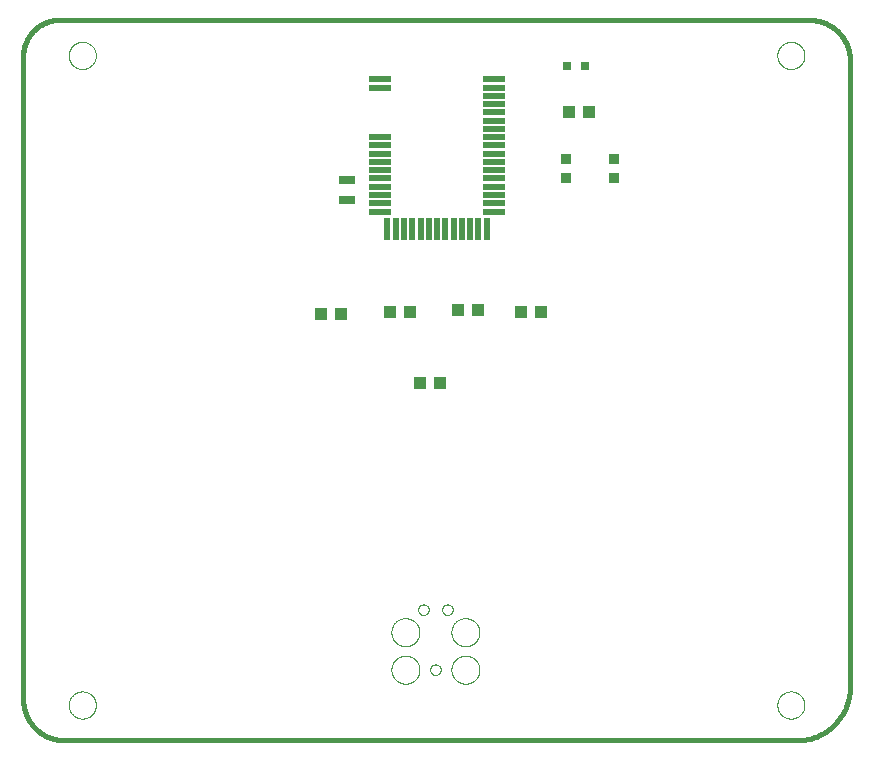
<source format=gtp>
G75*
%MOIN*%
%OFA0B0*%
%FSLAX25Y25*%
%IPPOS*%
%LPD*%
%AMOC8*
5,1,8,0,0,1.08239X$1,22.5*
%
%ADD10C,0.01600*%
%ADD11C,0.00000*%
%ADD12R,0.07283X0.01969*%
%ADD13R,0.01969X0.07283*%
%ADD14R,0.04331X0.03937*%
%ADD15R,0.03937X0.04331*%
%ADD16R,0.05512X0.02756*%
%ADD17R,0.03150X0.03150*%
%ADD18R,0.03543X0.03740*%
D10*
X0017183Y0004413D02*
X0261183Y0004413D01*
X0261614Y0004418D01*
X0262045Y0004434D01*
X0262475Y0004460D01*
X0262905Y0004496D01*
X0263333Y0004543D01*
X0263760Y0004600D01*
X0264186Y0004668D01*
X0264610Y0004745D01*
X0265032Y0004833D01*
X0265452Y0004931D01*
X0265869Y0005040D01*
X0266283Y0005158D01*
X0266695Y0005286D01*
X0267103Y0005424D01*
X0267508Y0005572D01*
X0267909Y0005730D01*
X0268306Y0005897D01*
X0268700Y0006074D01*
X0269088Y0006260D01*
X0269472Y0006456D01*
X0269851Y0006661D01*
X0270226Y0006875D01*
X0270595Y0007098D01*
X0270958Y0007330D01*
X0271316Y0007570D01*
X0271667Y0007820D01*
X0272013Y0008077D01*
X0272352Y0008343D01*
X0272685Y0008617D01*
X0273011Y0008899D01*
X0273330Y0009189D01*
X0273642Y0009486D01*
X0273947Y0009791D01*
X0274244Y0010103D01*
X0274534Y0010422D01*
X0274816Y0010748D01*
X0275090Y0011081D01*
X0275356Y0011420D01*
X0275613Y0011766D01*
X0275863Y0012117D01*
X0276103Y0012475D01*
X0276335Y0012838D01*
X0276558Y0013207D01*
X0276772Y0013582D01*
X0276977Y0013961D01*
X0277173Y0014345D01*
X0277359Y0014733D01*
X0277536Y0015127D01*
X0277703Y0015524D01*
X0277861Y0015925D01*
X0278009Y0016330D01*
X0278147Y0016738D01*
X0278275Y0017150D01*
X0278393Y0017564D01*
X0278502Y0017981D01*
X0278600Y0018401D01*
X0278688Y0018823D01*
X0278765Y0019247D01*
X0278833Y0019673D01*
X0278890Y0020100D01*
X0278937Y0020528D01*
X0278973Y0020958D01*
X0278999Y0021388D01*
X0279015Y0021819D01*
X0279020Y0022250D01*
X0279020Y0231116D01*
X0279019Y0231116D02*
X0279015Y0231441D01*
X0279003Y0231766D01*
X0278984Y0232091D01*
X0278956Y0232414D01*
X0278921Y0232738D01*
X0278878Y0233060D01*
X0278827Y0233381D01*
X0278768Y0233701D01*
X0278702Y0234019D01*
X0278628Y0234336D01*
X0278546Y0234650D01*
X0278457Y0234963D01*
X0278361Y0235274D01*
X0278256Y0235581D01*
X0278145Y0235887D01*
X0278026Y0236189D01*
X0277900Y0236489D01*
X0277766Y0236786D01*
X0277626Y0237079D01*
X0277478Y0237368D01*
X0277323Y0237654D01*
X0277162Y0237937D01*
X0276994Y0238215D01*
X0276819Y0238489D01*
X0276637Y0238759D01*
X0276450Y0239024D01*
X0276255Y0239285D01*
X0276055Y0239541D01*
X0275848Y0239792D01*
X0275635Y0240038D01*
X0275417Y0240278D01*
X0275193Y0240514D01*
X0274963Y0240744D01*
X0274727Y0240968D01*
X0274487Y0241186D01*
X0274241Y0241399D01*
X0273990Y0241606D01*
X0273734Y0241806D01*
X0273473Y0242001D01*
X0273208Y0242188D01*
X0272938Y0242370D01*
X0272664Y0242545D01*
X0272386Y0242713D01*
X0272103Y0242874D01*
X0271817Y0243029D01*
X0271528Y0243177D01*
X0271235Y0243317D01*
X0270938Y0243451D01*
X0270638Y0243577D01*
X0270336Y0243696D01*
X0270030Y0243807D01*
X0269723Y0243912D01*
X0269412Y0244008D01*
X0269099Y0244097D01*
X0268785Y0244179D01*
X0268468Y0244253D01*
X0268150Y0244319D01*
X0267830Y0244378D01*
X0267509Y0244429D01*
X0267187Y0244472D01*
X0266863Y0244507D01*
X0266540Y0244535D01*
X0266215Y0244554D01*
X0265890Y0244566D01*
X0265565Y0244570D01*
X0265565Y0244571D02*
X0015369Y0244571D01*
X0015080Y0244568D01*
X0014792Y0244557D01*
X0014504Y0244540D01*
X0014217Y0244515D01*
X0013930Y0244484D01*
X0013644Y0244446D01*
X0013359Y0244401D01*
X0013075Y0244349D01*
X0012793Y0244290D01*
X0012512Y0244224D01*
X0012232Y0244152D01*
X0011955Y0244072D01*
X0011679Y0243987D01*
X0011406Y0243894D01*
X0011135Y0243795D01*
X0010866Y0243690D01*
X0010601Y0243577D01*
X0010337Y0243459D01*
X0010077Y0243334D01*
X0009820Y0243203D01*
X0009566Y0243066D01*
X0009316Y0242923D01*
X0009069Y0242774D01*
X0008826Y0242618D01*
X0008586Y0242457D01*
X0008351Y0242291D01*
X0008119Y0242118D01*
X0007892Y0241940D01*
X0007670Y0241757D01*
X0007451Y0241568D01*
X0007238Y0241374D01*
X0007029Y0241175D01*
X0006825Y0240971D01*
X0006626Y0240762D01*
X0006432Y0240549D01*
X0006243Y0240330D01*
X0006060Y0240108D01*
X0005882Y0239881D01*
X0005709Y0239649D01*
X0005543Y0239414D01*
X0005382Y0239174D01*
X0005226Y0238931D01*
X0005077Y0238684D01*
X0004934Y0238434D01*
X0004797Y0238180D01*
X0004666Y0237923D01*
X0004541Y0237663D01*
X0004423Y0237399D01*
X0004310Y0237134D01*
X0004205Y0236865D01*
X0004106Y0236594D01*
X0004013Y0236321D01*
X0003928Y0236045D01*
X0003848Y0235768D01*
X0003776Y0235488D01*
X0003710Y0235207D01*
X0003651Y0234925D01*
X0003599Y0234641D01*
X0003554Y0234356D01*
X0003516Y0234070D01*
X0003485Y0233783D01*
X0003460Y0233496D01*
X0003443Y0233208D01*
X0003432Y0232920D01*
X0003429Y0232631D01*
X0003429Y0018168D01*
X0003433Y0017836D01*
X0003445Y0017503D01*
X0003465Y0017172D01*
X0003493Y0016841D01*
X0003529Y0016510D01*
X0003573Y0016181D01*
X0003625Y0015852D01*
X0003685Y0015525D01*
X0003753Y0015200D01*
X0003829Y0014876D01*
X0003912Y0014555D01*
X0004003Y0014235D01*
X0004102Y0013918D01*
X0004209Y0013603D01*
X0004323Y0013291D01*
X0004444Y0012981D01*
X0004573Y0012675D01*
X0004710Y0012372D01*
X0004854Y0012072D01*
X0005004Y0011776D01*
X0005162Y0011484D01*
X0005327Y0011195D01*
X0005499Y0010911D01*
X0005678Y0010631D01*
X0005864Y0010355D01*
X0006056Y0010084D01*
X0006254Y0009817D01*
X0006459Y0009555D01*
X0006671Y0009299D01*
X0006888Y0009047D01*
X0007111Y0008801D01*
X0007341Y0008561D01*
X0007576Y0008326D01*
X0007816Y0008096D01*
X0008062Y0007873D01*
X0008314Y0007656D01*
X0008570Y0007444D01*
X0008832Y0007239D01*
X0009099Y0007041D01*
X0009370Y0006849D01*
X0009646Y0006663D01*
X0009926Y0006484D01*
X0010210Y0006312D01*
X0010499Y0006147D01*
X0010791Y0005989D01*
X0011087Y0005839D01*
X0011387Y0005695D01*
X0011690Y0005558D01*
X0011996Y0005429D01*
X0012306Y0005308D01*
X0012618Y0005194D01*
X0012933Y0005087D01*
X0013250Y0004988D01*
X0013570Y0004897D01*
X0013891Y0004814D01*
X0014215Y0004738D01*
X0014540Y0004670D01*
X0014867Y0004610D01*
X0015196Y0004558D01*
X0015525Y0004514D01*
X0015856Y0004478D01*
X0016187Y0004450D01*
X0016518Y0004430D01*
X0016851Y0004418D01*
X0017183Y0004414D01*
D11*
X0018586Y0016224D02*
X0018588Y0016358D01*
X0018594Y0016492D01*
X0018604Y0016626D01*
X0018618Y0016760D01*
X0018636Y0016893D01*
X0018657Y0017025D01*
X0018683Y0017157D01*
X0018713Y0017288D01*
X0018746Y0017418D01*
X0018783Y0017546D01*
X0018825Y0017674D01*
X0018869Y0017801D01*
X0018918Y0017926D01*
X0018970Y0018049D01*
X0019026Y0018171D01*
X0019086Y0018292D01*
X0019149Y0018410D01*
X0019215Y0018527D01*
X0019285Y0018641D01*
X0019358Y0018754D01*
X0019435Y0018864D01*
X0019515Y0018972D01*
X0019598Y0019077D01*
X0019684Y0019180D01*
X0019773Y0019280D01*
X0019865Y0019378D01*
X0019960Y0019473D01*
X0020058Y0019565D01*
X0020158Y0019654D01*
X0020261Y0019740D01*
X0020366Y0019823D01*
X0020474Y0019903D01*
X0020584Y0019980D01*
X0020697Y0020053D01*
X0020811Y0020123D01*
X0020928Y0020189D01*
X0021046Y0020252D01*
X0021167Y0020312D01*
X0021289Y0020368D01*
X0021412Y0020420D01*
X0021537Y0020469D01*
X0021664Y0020513D01*
X0021792Y0020555D01*
X0021920Y0020592D01*
X0022050Y0020625D01*
X0022181Y0020655D01*
X0022313Y0020681D01*
X0022445Y0020702D01*
X0022578Y0020720D01*
X0022712Y0020734D01*
X0022846Y0020744D01*
X0022980Y0020750D01*
X0023114Y0020752D01*
X0023248Y0020750D01*
X0023382Y0020744D01*
X0023516Y0020734D01*
X0023650Y0020720D01*
X0023783Y0020702D01*
X0023915Y0020681D01*
X0024047Y0020655D01*
X0024178Y0020625D01*
X0024308Y0020592D01*
X0024436Y0020555D01*
X0024564Y0020513D01*
X0024691Y0020469D01*
X0024816Y0020420D01*
X0024939Y0020368D01*
X0025061Y0020312D01*
X0025182Y0020252D01*
X0025300Y0020189D01*
X0025417Y0020123D01*
X0025531Y0020053D01*
X0025644Y0019980D01*
X0025754Y0019903D01*
X0025862Y0019823D01*
X0025967Y0019740D01*
X0026070Y0019654D01*
X0026170Y0019565D01*
X0026268Y0019473D01*
X0026363Y0019378D01*
X0026455Y0019280D01*
X0026544Y0019180D01*
X0026630Y0019077D01*
X0026713Y0018972D01*
X0026793Y0018864D01*
X0026870Y0018754D01*
X0026943Y0018641D01*
X0027013Y0018527D01*
X0027079Y0018410D01*
X0027142Y0018292D01*
X0027202Y0018171D01*
X0027258Y0018049D01*
X0027310Y0017926D01*
X0027359Y0017801D01*
X0027403Y0017674D01*
X0027445Y0017546D01*
X0027482Y0017418D01*
X0027515Y0017288D01*
X0027545Y0017157D01*
X0027571Y0017025D01*
X0027592Y0016893D01*
X0027610Y0016760D01*
X0027624Y0016626D01*
X0027634Y0016492D01*
X0027640Y0016358D01*
X0027642Y0016224D01*
X0027640Y0016090D01*
X0027634Y0015956D01*
X0027624Y0015822D01*
X0027610Y0015688D01*
X0027592Y0015555D01*
X0027571Y0015423D01*
X0027545Y0015291D01*
X0027515Y0015160D01*
X0027482Y0015030D01*
X0027445Y0014902D01*
X0027403Y0014774D01*
X0027359Y0014647D01*
X0027310Y0014522D01*
X0027258Y0014399D01*
X0027202Y0014277D01*
X0027142Y0014156D01*
X0027079Y0014038D01*
X0027013Y0013921D01*
X0026943Y0013807D01*
X0026870Y0013694D01*
X0026793Y0013584D01*
X0026713Y0013476D01*
X0026630Y0013371D01*
X0026544Y0013268D01*
X0026455Y0013168D01*
X0026363Y0013070D01*
X0026268Y0012975D01*
X0026170Y0012883D01*
X0026070Y0012794D01*
X0025967Y0012708D01*
X0025862Y0012625D01*
X0025754Y0012545D01*
X0025644Y0012468D01*
X0025531Y0012395D01*
X0025417Y0012325D01*
X0025300Y0012259D01*
X0025182Y0012196D01*
X0025061Y0012136D01*
X0024939Y0012080D01*
X0024816Y0012028D01*
X0024691Y0011979D01*
X0024564Y0011935D01*
X0024436Y0011893D01*
X0024308Y0011856D01*
X0024178Y0011823D01*
X0024047Y0011793D01*
X0023915Y0011767D01*
X0023783Y0011746D01*
X0023650Y0011728D01*
X0023516Y0011714D01*
X0023382Y0011704D01*
X0023248Y0011698D01*
X0023114Y0011696D01*
X0022980Y0011698D01*
X0022846Y0011704D01*
X0022712Y0011714D01*
X0022578Y0011728D01*
X0022445Y0011746D01*
X0022313Y0011767D01*
X0022181Y0011793D01*
X0022050Y0011823D01*
X0021920Y0011856D01*
X0021792Y0011893D01*
X0021664Y0011935D01*
X0021537Y0011979D01*
X0021412Y0012028D01*
X0021289Y0012080D01*
X0021167Y0012136D01*
X0021046Y0012196D01*
X0020928Y0012259D01*
X0020811Y0012325D01*
X0020697Y0012395D01*
X0020584Y0012468D01*
X0020474Y0012545D01*
X0020366Y0012625D01*
X0020261Y0012708D01*
X0020158Y0012794D01*
X0020058Y0012883D01*
X0019960Y0012975D01*
X0019865Y0013070D01*
X0019773Y0013168D01*
X0019684Y0013268D01*
X0019598Y0013371D01*
X0019515Y0013476D01*
X0019435Y0013584D01*
X0019358Y0013694D01*
X0019285Y0013807D01*
X0019215Y0013921D01*
X0019149Y0014038D01*
X0019086Y0014156D01*
X0019026Y0014277D01*
X0018970Y0014399D01*
X0018918Y0014522D01*
X0018869Y0014647D01*
X0018825Y0014774D01*
X0018783Y0014902D01*
X0018746Y0015030D01*
X0018713Y0015160D01*
X0018683Y0015291D01*
X0018657Y0015423D01*
X0018636Y0015555D01*
X0018618Y0015688D01*
X0018604Y0015822D01*
X0018594Y0015956D01*
X0018588Y0016090D01*
X0018586Y0016224D01*
X0126156Y0027996D02*
X0126158Y0028133D01*
X0126164Y0028269D01*
X0126174Y0028405D01*
X0126188Y0028541D01*
X0126206Y0028677D01*
X0126228Y0028812D01*
X0126253Y0028946D01*
X0126283Y0029079D01*
X0126317Y0029211D01*
X0126354Y0029343D01*
X0126395Y0029473D01*
X0126441Y0029602D01*
X0126489Y0029730D01*
X0126542Y0029856D01*
X0126598Y0029980D01*
X0126658Y0030103D01*
X0126721Y0030224D01*
X0126788Y0030343D01*
X0126858Y0030460D01*
X0126932Y0030576D01*
X0127009Y0030688D01*
X0127089Y0030799D01*
X0127173Y0030907D01*
X0127260Y0031013D01*
X0127349Y0031116D01*
X0127442Y0031216D01*
X0127537Y0031314D01*
X0127636Y0031409D01*
X0127737Y0031501D01*
X0127841Y0031589D01*
X0127947Y0031675D01*
X0128056Y0031758D01*
X0128167Y0031837D01*
X0128280Y0031914D01*
X0128396Y0031987D01*
X0128513Y0032056D01*
X0128633Y0032122D01*
X0128754Y0032184D01*
X0128878Y0032243D01*
X0129003Y0032299D01*
X0129129Y0032350D01*
X0129257Y0032398D01*
X0129386Y0032442D01*
X0129517Y0032483D01*
X0129649Y0032519D01*
X0129781Y0032552D01*
X0129915Y0032580D01*
X0130049Y0032605D01*
X0130184Y0032626D01*
X0130320Y0032643D01*
X0130456Y0032656D01*
X0130592Y0032665D01*
X0130729Y0032670D01*
X0130865Y0032671D01*
X0131002Y0032668D01*
X0131138Y0032661D01*
X0131274Y0032650D01*
X0131410Y0032635D01*
X0131545Y0032616D01*
X0131680Y0032593D01*
X0131814Y0032566D01*
X0131947Y0032536D01*
X0132079Y0032501D01*
X0132211Y0032463D01*
X0132340Y0032421D01*
X0132469Y0032375D01*
X0132596Y0032325D01*
X0132722Y0032271D01*
X0132846Y0032214D01*
X0132969Y0032154D01*
X0133089Y0032089D01*
X0133208Y0032022D01*
X0133324Y0031951D01*
X0133439Y0031876D01*
X0133551Y0031798D01*
X0133661Y0031717D01*
X0133769Y0031633D01*
X0133874Y0031545D01*
X0133976Y0031455D01*
X0134076Y0031362D01*
X0134173Y0031265D01*
X0134267Y0031166D01*
X0134358Y0031065D01*
X0134446Y0030960D01*
X0134531Y0030853D01*
X0134613Y0030744D01*
X0134692Y0030632D01*
X0134767Y0030518D01*
X0134839Y0030402D01*
X0134908Y0030284D01*
X0134973Y0030164D01*
X0135035Y0030042D01*
X0135093Y0029918D01*
X0135147Y0029793D01*
X0135198Y0029666D01*
X0135244Y0029538D01*
X0135288Y0029408D01*
X0135327Y0029277D01*
X0135363Y0029145D01*
X0135394Y0029012D01*
X0135422Y0028879D01*
X0135446Y0028744D01*
X0135466Y0028609D01*
X0135482Y0028473D01*
X0135494Y0028337D01*
X0135502Y0028201D01*
X0135506Y0028064D01*
X0135506Y0027928D01*
X0135502Y0027791D01*
X0135494Y0027655D01*
X0135482Y0027519D01*
X0135466Y0027383D01*
X0135446Y0027248D01*
X0135422Y0027113D01*
X0135394Y0026980D01*
X0135363Y0026847D01*
X0135327Y0026715D01*
X0135288Y0026584D01*
X0135244Y0026454D01*
X0135198Y0026326D01*
X0135147Y0026199D01*
X0135093Y0026074D01*
X0135035Y0025950D01*
X0134973Y0025828D01*
X0134908Y0025708D01*
X0134839Y0025590D01*
X0134767Y0025474D01*
X0134692Y0025360D01*
X0134613Y0025248D01*
X0134531Y0025139D01*
X0134446Y0025032D01*
X0134358Y0024927D01*
X0134267Y0024826D01*
X0134173Y0024727D01*
X0134076Y0024630D01*
X0133976Y0024537D01*
X0133874Y0024447D01*
X0133769Y0024359D01*
X0133661Y0024275D01*
X0133551Y0024194D01*
X0133439Y0024116D01*
X0133324Y0024041D01*
X0133208Y0023970D01*
X0133089Y0023903D01*
X0132969Y0023838D01*
X0132846Y0023778D01*
X0132722Y0023721D01*
X0132596Y0023667D01*
X0132469Y0023617D01*
X0132340Y0023571D01*
X0132211Y0023529D01*
X0132079Y0023491D01*
X0131947Y0023456D01*
X0131814Y0023426D01*
X0131680Y0023399D01*
X0131545Y0023376D01*
X0131410Y0023357D01*
X0131274Y0023342D01*
X0131138Y0023331D01*
X0131002Y0023324D01*
X0130865Y0023321D01*
X0130729Y0023322D01*
X0130592Y0023327D01*
X0130456Y0023336D01*
X0130320Y0023349D01*
X0130184Y0023366D01*
X0130049Y0023387D01*
X0129915Y0023412D01*
X0129781Y0023440D01*
X0129649Y0023473D01*
X0129517Y0023509D01*
X0129386Y0023550D01*
X0129257Y0023594D01*
X0129129Y0023642D01*
X0129003Y0023693D01*
X0128878Y0023749D01*
X0128754Y0023808D01*
X0128633Y0023870D01*
X0128513Y0023936D01*
X0128396Y0024005D01*
X0128280Y0024078D01*
X0128167Y0024155D01*
X0128056Y0024234D01*
X0127947Y0024317D01*
X0127841Y0024403D01*
X0127737Y0024491D01*
X0127636Y0024583D01*
X0127537Y0024678D01*
X0127442Y0024776D01*
X0127349Y0024876D01*
X0127260Y0024979D01*
X0127173Y0025085D01*
X0127089Y0025193D01*
X0127009Y0025304D01*
X0126932Y0025416D01*
X0126858Y0025532D01*
X0126788Y0025649D01*
X0126721Y0025768D01*
X0126658Y0025889D01*
X0126598Y0026012D01*
X0126542Y0026136D01*
X0126489Y0026262D01*
X0126441Y0026390D01*
X0126395Y0026519D01*
X0126354Y0026649D01*
X0126317Y0026781D01*
X0126283Y0026913D01*
X0126253Y0027046D01*
X0126228Y0027180D01*
X0126206Y0027315D01*
X0126188Y0027451D01*
X0126174Y0027587D01*
X0126164Y0027723D01*
X0126158Y0027859D01*
X0126156Y0027996D01*
X0126156Y0040496D02*
X0126158Y0040633D01*
X0126164Y0040769D01*
X0126174Y0040905D01*
X0126188Y0041041D01*
X0126206Y0041177D01*
X0126228Y0041312D01*
X0126253Y0041446D01*
X0126283Y0041579D01*
X0126317Y0041711D01*
X0126354Y0041843D01*
X0126395Y0041973D01*
X0126441Y0042102D01*
X0126489Y0042230D01*
X0126542Y0042356D01*
X0126598Y0042480D01*
X0126658Y0042603D01*
X0126721Y0042724D01*
X0126788Y0042843D01*
X0126858Y0042960D01*
X0126932Y0043076D01*
X0127009Y0043188D01*
X0127089Y0043299D01*
X0127173Y0043407D01*
X0127260Y0043513D01*
X0127349Y0043616D01*
X0127442Y0043716D01*
X0127537Y0043814D01*
X0127636Y0043909D01*
X0127737Y0044001D01*
X0127841Y0044089D01*
X0127947Y0044175D01*
X0128056Y0044258D01*
X0128167Y0044337D01*
X0128280Y0044414D01*
X0128396Y0044487D01*
X0128513Y0044556D01*
X0128633Y0044622D01*
X0128754Y0044684D01*
X0128878Y0044743D01*
X0129003Y0044799D01*
X0129129Y0044850D01*
X0129257Y0044898D01*
X0129386Y0044942D01*
X0129517Y0044983D01*
X0129649Y0045019D01*
X0129781Y0045052D01*
X0129915Y0045080D01*
X0130049Y0045105D01*
X0130184Y0045126D01*
X0130320Y0045143D01*
X0130456Y0045156D01*
X0130592Y0045165D01*
X0130729Y0045170D01*
X0130865Y0045171D01*
X0131002Y0045168D01*
X0131138Y0045161D01*
X0131274Y0045150D01*
X0131410Y0045135D01*
X0131545Y0045116D01*
X0131680Y0045093D01*
X0131814Y0045066D01*
X0131947Y0045036D01*
X0132079Y0045001D01*
X0132211Y0044963D01*
X0132340Y0044921D01*
X0132469Y0044875D01*
X0132596Y0044825D01*
X0132722Y0044771D01*
X0132846Y0044714D01*
X0132969Y0044654D01*
X0133089Y0044589D01*
X0133208Y0044522D01*
X0133324Y0044451D01*
X0133439Y0044376D01*
X0133551Y0044298D01*
X0133661Y0044217D01*
X0133769Y0044133D01*
X0133874Y0044045D01*
X0133976Y0043955D01*
X0134076Y0043862D01*
X0134173Y0043765D01*
X0134267Y0043666D01*
X0134358Y0043565D01*
X0134446Y0043460D01*
X0134531Y0043353D01*
X0134613Y0043244D01*
X0134692Y0043132D01*
X0134767Y0043018D01*
X0134839Y0042902D01*
X0134908Y0042784D01*
X0134973Y0042664D01*
X0135035Y0042542D01*
X0135093Y0042418D01*
X0135147Y0042293D01*
X0135198Y0042166D01*
X0135244Y0042038D01*
X0135288Y0041908D01*
X0135327Y0041777D01*
X0135363Y0041645D01*
X0135394Y0041512D01*
X0135422Y0041379D01*
X0135446Y0041244D01*
X0135466Y0041109D01*
X0135482Y0040973D01*
X0135494Y0040837D01*
X0135502Y0040701D01*
X0135506Y0040564D01*
X0135506Y0040428D01*
X0135502Y0040291D01*
X0135494Y0040155D01*
X0135482Y0040019D01*
X0135466Y0039883D01*
X0135446Y0039748D01*
X0135422Y0039613D01*
X0135394Y0039480D01*
X0135363Y0039347D01*
X0135327Y0039215D01*
X0135288Y0039084D01*
X0135244Y0038954D01*
X0135198Y0038826D01*
X0135147Y0038699D01*
X0135093Y0038574D01*
X0135035Y0038450D01*
X0134973Y0038328D01*
X0134908Y0038208D01*
X0134839Y0038090D01*
X0134767Y0037974D01*
X0134692Y0037860D01*
X0134613Y0037748D01*
X0134531Y0037639D01*
X0134446Y0037532D01*
X0134358Y0037427D01*
X0134267Y0037326D01*
X0134173Y0037227D01*
X0134076Y0037130D01*
X0133976Y0037037D01*
X0133874Y0036947D01*
X0133769Y0036859D01*
X0133661Y0036775D01*
X0133551Y0036694D01*
X0133439Y0036616D01*
X0133324Y0036541D01*
X0133208Y0036470D01*
X0133089Y0036403D01*
X0132969Y0036338D01*
X0132846Y0036278D01*
X0132722Y0036221D01*
X0132596Y0036167D01*
X0132469Y0036117D01*
X0132340Y0036071D01*
X0132211Y0036029D01*
X0132079Y0035991D01*
X0131947Y0035956D01*
X0131814Y0035926D01*
X0131680Y0035899D01*
X0131545Y0035876D01*
X0131410Y0035857D01*
X0131274Y0035842D01*
X0131138Y0035831D01*
X0131002Y0035824D01*
X0130865Y0035821D01*
X0130729Y0035822D01*
X0130592Y0035827D01*
X0130456Y0035836D01*
X0130320Y0035849D01*
X0130184Y0035866D01*
X0130049Y0035887D01*
X0129915Y0035912D01*
X0129781Y0035940D01*
X0129649Y0035973D01*
X0129517Y0036009D01*
X0129386Y0036050D01*
X0129257Y0036094D01*
X0129129Y0036142D01*
X0129003Y0036193D01*
X0128878Y0036249D01*
X0128754Y0036308D01*
X0128633Y0036370D01*
X0128513Y0036436D01*
X0128396Y0036505D01*
X0128280Y0036578D01*
X0128167Y0036655D01*
X0128056Y0036734D01*
X0127947Y0036817D01*
X0127841Y0036903D01*
X0127737Y0036991D01*
X0127636Y0037083D01*
X0127537Y0037178D01*
X0127442Y0037276D01*
X0127349Y0037376D01*
X0127260Y0037479D01*
X0127173Y0037585D01*
X0127089Y0037693D01*
X0127009Y0037804D01*
X0126932Y0037916D01*
X0126858Y0038032D01*
X0126788Y0038149D01*
X0126721Y0038268D01*
X0126658Y0038389D01*
X0126598Y0038512D01*
X0126542Y0038636D01*
X0126489Y0038762D01*
X0126441Y0038890D01*
X0126395Y0039019D01*
X0126354Y0039149D01*
X0126317Y0039281D01*
X0126283Y0039413D01*
X0126253Y0039546D01*
X0126228Y0039680D01*
X0126206Y0039815D01*
X0126188Y0039951D01*
X0126174Y0040087D01*
X0126164Y0040223D01*
X0126158Y0040359D01*
X0126156Y0040496D01*
X0135081Y0047996D02*
X0135083Y0048079D01*
X0135089Y0048162D01*
X0135099Y0048245D01*
X0135113Y0048327D01*
X0135130Y0048409D01*
X0135152Y0048489D01*
X0135177Y0048568D01*
X0135206Y0048646D01*
X0135239Y0048723D01*
X0135276Y0048798D01*
X0135315Y0048871D01*
X0135359Y0048942D01*
X0135405Y0049011D01*
X0135455Y0049078D01*
X0135508Y0049142D01*
X0135564Y0049204D01*
X0135623Y0049263D01*
X0135685Y0049319D01*
X0135749Y0049372D01*
X0135816Y0049422D01*
X0135885Y0049468D01*
X0135956Y0049512D01*
X0136029Y0049551D01*
X0136104Y0049588D01*
X0136181Y0049621D01*
X0136259Y0049650D01*
X0136338Y0049675D01*
X0136418Y0049697D01*
X0136500Y0049714D01*
X0136582Y0049728D01*
X0136665Y0049738D01*
X0136748Y0049744D01*
X0136831Y0049746D01*
X0136914Y0049744D01*
X0136997Y0049738D01*
X0137080Y0049728D01*
X0137162Y0049714D01*
X0137244Y0049697D01*
X0137324Y0049675D01*
X0137403Y0049650D01*
X0137481Y0049621D01*
X0137558Y0049588D01*
X0137633Y0049551D01*
X0137706Y0049512D01*
X0137777Y0049468D01*
X0137846Y0049422D01*
X0137913Y0049372D01*
X0137977Y0049319D01*
X0138039Y0049263D01*
X0138098Y0049204D01*
X0138154Y0049142D01*
X0138207Y0049078D01*
X0138257Y0049011D01*
X0138303Y0048942D01*
X0138347Y0048871D01*
X0138386Y0048798D01*
X0138423Y0048723D01*
X0138456Y0048646D01*
X0138485Y0048568D01*
X0138510Y0048489D01*
X0138532Y0048409D01*
X0138549Y0048327D01*
X0138563Y0048245D01*
X0138573Y0048162D01*
X0138579Y0048079D01*
X0138581Y0047996D01*
X0138579Y0047913D01*
X0138573Y0047830D01*
X0138563Y0047747D01*
X0138549Y0047665D01*
X0138532Y0047583D01*
X0138510Y0047503D01*
X0138485Y0047424D01*
X0138456Y0047346D01*
X0138423Y0047269D01*
X0138386Y0047194D01*
X0138347Y0047121D01*
X0138303Y0047050D01*
X0138257Y0046981D01*
X0138207Y0046914D01*
X0138154Y0046850D01*
X0138098Y0046788D01*
X0138039Y0046729D01*
X0137977Y0046673D01*
X0137913Y0046620D01*
X0137846Y0046570D01*
X0137777Y0046524D01*
X0137706Y0046480D01*
X0137633Y0046441D01*
X0137558Y0046404D01*
X0137481Y0046371D01*
X0137403Y0046342D01*
X0137324Y0046317D01*
X0137244Y0046295D01*
X0137162Y0046278D01*
X0137080Y0046264D01*
X0136997Y0046254D01*
X0136914Y0046248D01*
X0136831Y0046246D01*
X0136748Y0046248D01*
X0136665Y0046254D01*
X0136582Y0046264D01*
X0136500Y0046278D01*
X0136418Y0046295D01*
X0136338Y0046317D01*
X0136259Y0046342D01*
X0136181Y0046371D01*
X0136104Y0046404D01*
X0136029Y0046441D01*
X0135956Y0046480D01*
X0135885Y0046524D01*
X0135816Y0046570D01*
X0135749Y0046620D01*
X0135685Y0046673D01*
X0135623Y0046729D01*
X0135564Y0046788D01*
X0135508Y0046850D01*
X0135455Y0046914D01*
X0135405Y0046981D01*
X0135359Y0047050D01*
X0135315Y0047121D01*
X0135276Y0047194D01*
X0135239Y0047269D01*
X0135206Y0047346D01*
X0135177Y0047424D01*
X0135152Y0047503D01*
X0135130Y0047583D01*
X0135113Y0047665D01*
X0135099Y0047747D01*
X0135089Y0047830D01*
X0135083Y0047913D01*
X0135081Y0047996D01*
X0143081Y0047996D02*
X0143083Y0048079D01*
X0143089Y0048162D01*
X0143099Y0048245D01*
X0143113Y0048327D01*
X0143130Y0048409D01*
X0143152Y0048489D01*
X0143177Y0048568D01*
X0143206Y0048646D01*
X0143239Y0048723D01*
X0143276Y0048798D01*
X0143315Y0048871D01*
X0143359Y0048942D01*
X0143405Y0049011D01*
X0143455Y0049078D01*
X0143508Y0049142D01*
X0143564Y0049204D01*
X0143623Y0049263D01*
X0143685Y0049319D01*
X0143749Y0049372D01*
X0143816Y0049422D01*
X0143885Y0049468D01*
X0143956Y0049512D01*
X0144029Y0049551D01*
X0144104Y0049588D01*
X0144181Y0049621D01*
X0144259Y0049650D01*
X0144338Y0049675D01*
X0144418Y0049697D01*
X0144500Y0049714D01*
X0144582Y0049728D01*
X0144665Y0049738D01*
X0144748Y0049744D01*
X0144831Y0049746D01*
X0144914Y0049744D01*
X0144997Y0049738D01*
X0145080Y0049728D01*
X0145162Y0049714D01*
X0145244Y0049697D01*
X0145324Y0049675D01*
X0145403Y0049650D01*
X0145481Y0049621D01*
X0145558Y0049588D01*
X0145633Y0049551D01*
X0145706Y0049512D01*
X0145777Y0049468D01*
X0145846Y0049422D01*
X0145913Y0049372D01*
X0145977Y0049319D01*
X0146039Y0049263D01*
X0146098Y0049204D01*
X0146154Y0049142D01*
X0146207Y0049078D01*
X0146257Y0049011D01*
X0146303Y0048942D01*
X0146347Y0048871D01*
X0146386Y0048798D01*
X0146423Y0048723D01*
X0146456Y0048646D01*
X0146485Y0048568D01*
X0146510Y0048489D01*
X0146532Y0048409D01*
X0146549Y0048327D01*
X0146563Y0048245D01*
X0146573Y0048162D01*
X0146579Y0048079D01*
X0146581Y0047996D01*
X0146579Y0047913D01*
X0146573Y0047830D01*
X0146563Y0047747D01*
X0146549Y0047665D01*
X0146532Y0047583D01*
X0146510Y0047503D01*
X0146485Y0047424D01*
X0146456Y0047346D01*
X0146423Y0047269D01*
X0146386Y0047194D01*
X0146347Y0047121D01*
X0146303Y0047050D01*
X0146257Y0046981D01*
X0146207Y0046914D01*
X0146154Y0046850D01*
X0146098Y0046788D01*
X0146039Y0046729D01*
X0145977Y0046673D01*
X0145913Y0046620D01*
X0145846Y0046570D01*
X0145777Y0046524D01*
X0145706Y0046480D01*
X0145633Y0046441D01*
X0145558Y0046404D01*
X0145481Y0046371D01*
X0145403Y0046342D01*
X0145324Y0046317D01*
X0145244Y0046295D01*
X0145162Y0046278D01*
X0145080Y0046264D01*
X0144997Y0046254D01*
X0144914Y0046248D01*
X0144831Y0046246D01*
X0144748Y0046248D01*
X0144665Y0046254D01*
X0144582Y0046264D01*
X0144500Y0046278D01*
X0144418Y0046295D01*
X0144338Y0046317D01*
X0144259Y0046342D01*
X0144181Y0046371D01*
X0144104Y0046404D01*
X0144029Y0046441D01*
X0143956Y0046480D01*
X0143885Y0046524D01*
X0143816Y0046570D01*
X0143749Y0046620D01*
X0143685Y0046673D01*
X0143623Y0046729D01*
X0143564Y0046788D01*
X0143508Y0046850D01*
X0143455Y0046914D01*
X0143405Y0046981D01*
X0143359Y0047050D01*
X0143315Y0047121D01*
X0143276Y0047194D01*
X0143239Y0047269D01*
X0143206Y0047346D01*
X0143177Y0047424D01*
X0143152Y0047503D01*
X0143130Y0047583D01*
X0143113Y0047665D01*
X0143099Y0047747D01*
X0143089Y0047830D01*
X0143083Y0047913D01*
X0143081Y0047996D01*
X0146156Y0040496D02*
X0146158Y0040633D01*
X0146164Y0040769D01*
X0146174Y0040905D01*
X0146188Y0041041D01*
X0146206Y0041177D01*
X0146228Y0041312D01*
X0146253Y0041446D01*
X0146283Y0041579D01*
X0146317Y0041711D01*
X0146354Y0041843D01*
X0146395Y0041973D01*
X0146441Y0042102D01*
X0146489Y0042230D01*
X0146542Y0042356D01*
X0146598Y0042480D01*
X0146658Y0042603D01*
X0146721Y0042724D01*
X0146788Y0042843D01*
X0146858Y0042960D01*
X0146932Y0043076D01*
X0147009Y0043188D01*
X0147089Y0043299D01*
X0147173Y0043407D01*
X0147260Y0043513D01*
X0147349Y0043616D01*
X0147442Y0043716D01*
X0147537Y0043814D01*
X0147636Y0043909D01*
X0147737Y0044001D01*
X0147841Y0044089D01*
X0147947Y0044175D01*
X0148056Y0044258D01*
X0148167Y0044337D01*
X0148280Y0044414D01*
X0148396Y0044487D01*
X0148513Y0044556D01*
X0148633Y0044622D01*
X0148754Y0044684D01*
X0148878Y0044743D01*
X0149003Y0044799D01*
X0149129Y0044850D01*
X0149257Y0044898D01*
X0149386Y0044942D01*
X0149517Y0044983D01*
X0149649Y0045019D01*
X0149781Y0045052D01*
X0149915Y0045080D01*
X0150049Y0045105D01*
X0150184Y0045126D01*
X0150320Y0045143D01*
X0150456Y0045156D01*
X0150592Y0045165D01*
X0150729Y0045170D01*
X0150865Y0045171D01*
X0151002Y0045168D01*
X0151138Y0045161D01*
X0151274Y0045150D01*
X0151410Y0045135D01*
X0151545Y0045116D01*
X0151680Y0045093D01*
X0151814Y0045066D01*
X0151947Y0045036D01*
X0152079Y0045001D01*
X0152211Y0044963D01*
X0152340Y0044921D01*
X0152469Y0044875D01*
X0152596Y0044825D01*
X0152722Y0044771D01*
X0152846Y0044714D01*
X0152969Y0044654D01*
X0153089Y0044589D01*
X0153208Y0044522D01*
X0153324Y0044451D01*
X0153439Y0044376D01*
X0153551Y0044298D01*
X0153661Y0044217D01*
X0153769Y0044133D01*
X0153874Y0044045D01*
X0153976Y0043955D01*
X0154076Y0043862D01*
X0154173Y0043765D01*
X0154267Y0043666D01*
X0154358Y0043565D01*
X0154446Y0043460D01*
X0154531Y0043353D01*
X0154613Y0043244D01*
X0154692Y0043132D01*
X0154767Y0043018D01*
X0154839Y0042902D01*
X0154908Y0042784D01*
X0154973Y0042664D01*
X0155035Y0042542D01*
X0155093Y0042418D01*
X0155147Y0042293D01*
X0155198Y0042166D01*
X0155244Y0042038D01*
X0155288Y0041908D01*
X0155327Y0041777D01*
X0155363Y0041645D01*
X0155394Y0041512D01*
X0155422Y0041379D01*
X0155446Y0041244D01*
X0155466Y0041109D01*
X0155482Y0040973D01*
X0155494Y0040837D01*
X0155502Y0040701D01*
X0155506Y0040564D01*
X0155506Y0040428D01*
X0155502Y0040291D01*
X0155494Y0040155D01*
X0155482Y0040019D01*
X0155466Y0039883D01*
X0155446Y0039748D01*
X0155422Y0039613D01*
X0155394Y0039480D01*
X0155363Y0039347D01*
X0155327Y0039215D01*
X0155288Y0039084D01*
X0155244Y0038954D01*
X0155198Y0038826D01*
X0155147Y0038699D01*
X0155093Y0038574D01*
X0155035Y0038450D01*
X0154973Y0038328D01*
X0154908Y0038208D01*
X0154839Y0038090D01*
X0154767Y0037974D01*
X0154692Y0037860D01*
X0154613Y0037748D01*
X0154531Y0037639D01*
X0154446Y0037532D01*
X0154358Y0037427D01*
X0154267Y0037326D01*
X0154173Y0037227D01*
X0154076Y0037130D01*
X0153976Y0037037D01*
X0153874Y0036947D01*
X0153769Y0036859D01*
X0153661Y0036775D01*
X0153551Y0036694D01*
X0153439Y0036616D01*
X0153324Y0036541D01*
X0153208Y0036470D01*
X0153089Y0036403D01*
X0152969Y0036338D01*
X0152846Y0036278D01*
X0152722Y0036221D01*
X0152596Y0036167D01*
X0152469Y0036117D01*
X0152340Y0036071D01*
X0152211Y0036029D01*
X0152079Y0035991D01*
X0151947Y0035956D01*
X0151814Y0035926D01*
X0151680Y0035899D01*
X0151545Y0035876D01*
X0151410Y0035857D01*
X0151274Y0035842D01*
X0151138Y0035831D01*
X0151002Y0035824D01*
X0150865Y0035821D01*
X0150729Y0035822D01*
X0150592Y0035827D01*
X0150456Y0035836D01*
X0150320Y0035849D01*
X0150184Y0035866D01*
X0150049Y0035887D01*
X0149915Y0035912D01*
X0149781Y0035940D01*
X0149649Y0035973D01*
X0149517Y0036009D01*
X0149386Y0036050D01*
X0149257Y0036094D01*
X0149129Y0036142D01*
X0149003Y0036193D01*
X0148878Y0036249D01*
X0148754Y0036308D01*
X0148633Y0036370D01*
X0148513Y0036436D01*
X0148396Y0036505D01*
X0148280Y0036578D01*
X0148167Y0036655D01*
X0148056Y0036734D01*
X0147947Y0036817D01*
X0147841Y0036903D01*
X0147737Y0036991D01*
X0147636Y0037083D01*
X0147537Y0037178D01*
X0147442Y0037276D01*
X0147349Y0037376D01*
X0147260Y0037479D01*
X0147173Y0037585D01*
X0147089Y0037693D01*
X0147009Y0037804D01*
X0146932Y0037916D01*
X0146858Y0038032D01*
X0146788Y0038149D01*
X0146721Y0038268D01*
X0146658Y0038389D01*
X0146598Y0038512D01*
X0146542Y0038636D01*
X0146489Y0038762D01*
X0146441Y0038890D01*
X0146395Y0039019D01*
X0146354Y0039149D01*
X0146317Y0039281D01*
X0146283Y0039413D01*
X0146253Y0039546D01*
X0146228Y0039680D01*
X0146206Y0039815D01*
X0146188Y0039951D01*
X0146174Y0040087D01*
X0146164Y0040223D01*
X0146158Y0040359D01*
X0146156Y0040496D01*
X0146156Y0027996D02*
X0146158Y0028133D01*
X0146164Y0028269D01*
X0146174Y0028405D01*
X0146188Y0028541D01*
X0146206Y0028677D01*
X0146228Y0028812D01*
X0146253Y0028946D01*
X0146283Y0029079D01*
X0146317Y0029211D01*
X0146354Y0029343D01*
X0146395Y0029473D01*
X0146441Y0029602D01*
X0146489Y0029730D01*
X0146542Y0029856D01*
X0146598Y0029980D01*
X0146658Y0030103D01*
X0146721Y0030224D01*
X0146788Y0030343D01*
X0146858Y0030460D01*
X0146932Y0030576D01*
X0147009Y0030688D01*
X0147089Y0030799D01*
X0147173Y0030907D01*
X0147260Y0031013D01*
X0147349Y0031116D01*
X0147442Y0031216D01*
X0147537Y0031314D01*
X0147636Y0031409D01*
X0147737Y0031501D01*
X0147841Y0031589D01*
X0147947Y0031675D01*
X0148056Y0031758D01*
X0148167Y0031837D01*
X0148280Y0031914D01*
X0148396Y0031987D01*
X0148513Y0032056D01*
X0148633Y0032122D01*
X0148754Y0032184D01*
X0148878Y0032243D01*
X0149003Y0032299D01*
X0149129Y0032350D01*
X0149257Y0032398D01*
X0149386Y0032442D01*
X0149517Y0032483D01*
X0149649Y0032519D01*
X0149781Y0032552D01*
X0149915Y0032580D01*
X0150049Y0032605D01*
X0150184Y0032626D01*
X0150320Y0032643D01*
X0150456Y0032656D01*
X0150592Y0032665D01*
X0150729Y0032670D01*
X0150865Y0032671D01*
X0151002Y0032668D01*
X0151138Y0032661D01*
X0151274Y0032650D01*
X0151410Y0032635D01*
X0151545Y0032616D01*
X0151680Y0032593D01*
X0151814Y0032566D01*
X0151947Y0032536D01*
X0152079Y0032501D01*
X0152211Y0032463D01*
X0152340Y0032421D01*
X0152469Y0032375D01*
X0152596Y0032325D01*
X0152722Y0032271D01*
X0152846Y0032214D01*
X0152969Y0032154D01*
X0153089Y0032089D01*
X0153208Y0032022D01*
X0153324Y0031951D01*
X0153439Y0031876D01*
X0153551Y0031798D01*
X0153661Y0031717D01*
X0153769Y0031633D01*
X0153874Y0031545D01*
X0153976Y0031455D01*
X0154076Y0031362D01*
X0154173Y0031265D01*
X0154267Y0031166D01*
X0154358Y0031065D01*
X0154446Y0030960D01*
X0154531Y0030853D01*
X0154613Y0030744D01*
X0154692Y0030632D01*
X0154767Y0030518D01*
X0154839Y0030402D01*
X0154908Y0030284D01*
X0154973Y0030164D01*
X0155035Y0030042D01*
X0155093Y0029918D01*
X0155147Y0029793D01*
X0155198Y0029666D01*
X0155244Y0029538D01*
X0155288Y0029408D01*
X0155327Y0029277D01*
X0155363Y0029145D01*
X0155394Y0029012D01*
X0155422Y0028879D01*
X0155446Y0028744D01*
X0155466Y0028609D01*
X0155482Y0028473D01*
X0155494Y0028337D01*
X0155502Y0028201D01*
X0155506Y0028064D01*
X0155506Y0027928D01*
X0155502Y0027791D01*
X0155494Y0027655D01*
X0155482Y0027519D01*
X0155466Y0027383D01*
X0155446Y0027248D01*
X0155422Y0027113D01*
X0155394Y0026980D01*
X0155363Y0026847D01*
X0155327Y0026715D01*
X0155288Y0026584D01*
X0155244Y0026454D01*
X0155198Y0026326D01*
X0155147Y0026199D01*
X0155093Y0026074D01*
X0155035Y0025950D01*
X0154973Y0025828D01*
X0154908Y0025708D01*
X0154839Y0025590D01*
X0154767Y0025474D01*
X0154692Y0025360D01*
X0154613Y0025248D01*
X0154531Y0025139D01*
X0154446Y0025032D01*
X0154358Y0024927D01*
X0154267Y0024826D01*
X0154173Y0024727D01*
X0154076Y0024630D01*
X0153976Y0024537D01*
X0153874Y0024447D01*
X0153769Y0024359D01*
X0153661Y0024275D01*
X0153551Y0024194D01*
X0153439Y0024116D01*
X0153324Y0024041D01*
X0153208Y0023970D01*
X0153089Y0023903D01*
X0152969Y0023838D01*
X0152846Y0023778D01*
X0152722Y0023721D01*
X0152596Y0023667D01*
X0152469Y0023617D01*
X0152340Y0023571D01*
X0152211Y0023529D01*
X0152079Y0023491D01*
X0151947Y0023456D01*
X0151814Y0023426D01*
X0151680Y0023399D01*
X0151545Y0023376D01*
X0151410Y0023357D01*
X0151274Y0023342D01*
X0151138Y0023331D01*
X0151002Y0023324D01*
X0150865Y0023321D01*
X0150729Y0023322D01*
X0150592Y0023327D01*
X0150456Y0023336D01*
X0150320Y0023349D01*
X0150184Y0023366D01*
X0150049Y0023387D01*
X0149915Y0023412D01*
X0149781Y0023440D01*
X0149649Y0023473D01*
X0149517Y0023509D01*
X0149386Y0023550D01*
X0149257Y0023594D01*
X0149129Y0023642D01*
X0149003Y0023693D01*
X0148878Y0023749D01*
X0148754Y0023808D01*
X0148633Y0023870D01*
X0148513Y0023936D01*
X0148396Y0024005D01*
X0148280Y0024078D01*
X0148167Y0024155D01*
X0148056Y0024234D01*
X0147947Y0024317D01*
X0147841Y0024403D01*
X0147737Y0024491D01*
X0147636Y0024583D01*
X0147537Y0024678D01*
X0147442Y0024776D01*
X0147349Y0024876D01*
X0147260Y0024979D01*
X0147173Y0025085D01*
X0147089Y0025193D01*
X0147009Y0025304D01*
X0146932Y0025416D01*
X0146858Y0025532D01*
X0146788Y0025649D01*
X0146721Y0025768D01*
X0146658Y0025889D01*
X0146598Y0026012D01*
X0146542Y0026136D01*
X0146489Y0026262D01*
X0146441Y0026390D01*
X0146395Y0026519D01*
X0146354Y0026649D01*
X0146317Y0026781D01*
X0146283Y0026913D01*
X0146253Y0027046D01*
X0146228Y0027180D01*
X0146206Y0027315D01*
X0146188Y0027451D01*
X0146174Y0027587D01*
X0146164Y0027723D01*
X0146158Y0027859D01*
X0146156Y0027996D01*
X0139081Y0027996D02*
X0139083Y0028079D01*
X0139089Y0028162D01*
X0139099Y0028245D01*
X0139113Y0028327D01*
X0139130Y0028409D01*
X0139152Y0028489D01*
X0139177Y0028568D01*
X0139206Y0028646D01*
X0139239Y0028723D01*
X0139276Y0028798D01*
X0139315Y0028871D01*
X0139359Y0028942D01*
X0139405Y0029011D01*
X0139455Y0029078D01*
X0139508Y0029142D01*
X0139564Y0029204D01*
X0139623Y0029263D01*
X0139685Y0029319D01*
X0139749Y0029372D01*
X0139816Y0029422D01*
X0139885Y0029468D01*
X0139956Y0029512D01*
X0140029Y0029551D01*
X0140104Y0029588D01*
X0140181Y0029621D01*
X0140259Y0029650D01*
X0140338Y0029675D01*
X0140418Y0029697D01*
X0140500Y0029714D01*
X0140582Y0029728D01*
X0140665Y0029738D01*
X0140748Y0029744D01*
X0140831Y0029746D01*
X0140914Y0029744D01*
X0140997Y0029738D01*
X0141080Y0029728D01*
X0141162Y0029714D01*
X0141244Y0029697D01*
X0141324Y0029675D01*
X0141403Y0029650D01*
X0141481Y0029621D01*
X0141558Y0029588D01*
X0141633Y0029551D01*
X0141706Y0029512D01*
X0141777Y0029468D01*
X0141846Y0029422D01*
X0141913Y0029372D01*
X0141977Y0029319D01*
X0142039Y0029263D01*
X0142098Y0029204D01*
X0142154Y0029142D01*
X0142207Y0029078D01*
X0142257Y0029011D01*
X0142303Y0028942D01*
X0142347Y0028871D01*
X0142386Y0028798D01*
X0142423Y0028723D01*
X0142456Y0028646D01*
X0142485Y0028568D01*
X0142510Y0028489D01*
X0142532Y0028409D01*
X0142549Y0028327D01*
X0142563Y0028245D01*
X0142573Y0028162D01*
X0142579Y0028079D01*
X0142581Y0027996D01*
X0142579Y0027913D01*
X0142573Y0027830D01*
X0142563Y0027747D01*
X0142549Y0027665D01*
X0142532Y0027583D01*
X0142510Y0027503D01*
X0142485Y0027424D01*
X0142456Y0027346D01*
X0142423Y0027269D01*
X0142386Y0027194D01*
X0142347Y0027121D01*
X0142303Y0027050D01*
X0142257Y0026981D01*
X0142207Y0026914D01*
X0142154Y0026850D01*
X0142098Y0026788D01*
X0142039Y0026729D01*
X0141977Y0026673D01*
X0141913Y0026620D01*
X0141846Y0026570D01*
X0141777Y0026524D01*
X0141706Y0026480D01*
X0141633Y0026441D01*
X0141558Y0026404D01*
X0141481Y0026371D01*
X0141403Y0026342D01*
X0141324Y0026317D01*
X0141244Y0026295D01*
X0141162Y0026278D01*
X0141080Y0026264D01*
X0140997Y0026254D01*
X0140914Y0026248D01*
X0140831Y0026246D01*
X0140748Y0026248D01*
X0140665Y0026254D01*
X0140582Y0026264D01*
X0140500Y0026278D01*
X0140418Y0026295D01*
X0140338Y0026317D01*
X0140259Y0026342D01*
X0140181Y0026371D01*
X0140104Y0026404D01*
X0140029Y0026441D01*
X0139956Y0026480D01*
X0139885Y0026524D01*
X0139816Y0026570D01*
X0139749Y0026620D01*
X0139685Y0026673D01*
X0139623Y0026729D01*
X0139564Y0026788D01*
X0139508Y0026850D01*
X0139455Y0026914D01*
X0139405Y0026981D01*
X0139359Y0027050D01*
X0139315Y0027121D01*
X0139276Y0027194D01*
X0139239Y0027269D01*
X0139206Y0027346D01*
X0139177Y0027424D01*
X0139152Y0027503D01*
X0139130Y0027583D01*
X0139113Y0027665D01*
X0139099Y0027747D01*
X0139089Y0027830D01*
X0139083Y0027913D01*
X0139081Y0027996D01*
X0254807Y0016224D02*
X0254809Y0016358D01*
X0254815Y0016492D01*
X0254825Y0016626D01*
X0254839Y0016760D01*
X0254857Y0016893D01*
X0254878Y0017025D01*
X0254904Y0017157D01*
X0254934Y0017288D01*
X0254967Y0017418D01*
X0255004Y0017546D01*
X0255046Y0017674D01*
X0255090Y0017801D01*
X0255139Y0017926D01*
X0255191Y0018049D01*
X0255247Y0018171D01*
X0255307Y0018292D01*
X0255370Y0018410D01*
X0255436Y0018527D01*
X0255506Y0018641D01*
X0255579Y0018754D01*
X0255656Y0018864D01*
X0255736Y0018972D01*
X0255819Y0019077D01*
X0255905Y0019180D01*
X0255994Y0019280D01*
X0256086Y0019378D01*
X0256181Y0019473D01*
X0256279Y0019565D01*
X0256379Y0019654D01*
X0256482Y0019740D01*
X0256587Y0019823D01*
X0256695Y0019903D01*
X0256805Y0019980D01*
X0256918Y0020053D01*
X0257032Y0020123D01*
X0257149Y0020189D01*
X0257267Y0020252D01*
X0257388Y0020312D01*
X0257510Y0020368D01*
X0257633Y0020420D01*
X0257758Y0020469D01*
X0257885Y0020513D01*
X0258013Y0020555D01*
X0258141Y0020592D01*
X0258271Y0020625D01*
X0258402Y0020655D01*
X0258534Y0020681D01*
X0258666Y0020702D01*
X0258799Y0020720D01*
X0258933Y0020734D01*
X0259067Y0020744D01*
X0259201Y0020750D01*
X0259335Y0020752D01*
X0259469Y0020750D01*
X0259603Y0020744D01*
X0259737Y0020734D01*
X0259871Y0020720D01*
X0260004Y0020702D01*
X0260136Y0020681D01*
X0260268Y0020655D01*
X0260399Y0020625D01*
X0260529Y0020592D01*
X0260657Y0020555D01*
X0260785Y0020513D01*
X0260912Y0020469D01*
X0261037Y0020420D01*
X0261160Y0020368D01*
X0261282Y0020312D01*
X0261403Y0020252D01*
X0261521Y0020189D01*
X0261638Y0020123D01*
X0261752Y0020053D01*
X0261865Y0019980D01*
X0261975Y0019903D01*
X0262083Y0019823D01*
X0262188Y0019740D01*
X0262291Y0019654D01*
X0262391Y0019565D01*
X0262489Y0019473D01*
X0262584Y0019378D01*
X0262676Y0019280D01*
X0262765Y0019180D01*
X0262851Y0019077D01*
X0262934Y0018972D01*
X0263014Y0018864D01*
X0263091Y0018754D01*
X0263164Y0018641D01*
X0263234Y0018527D01*
X0263300Y0018410D01*
X0263363Y0018292D01*
X0263423Y0018171D01*
X0263479Y0018049D01*
X0263531Y0017926D01*
X0263580Y0017801D01*
X0263624Y0017674D01*
X0263666Y0017546D01*
X0263703Y0017418D01*
X0263736Y0017288D01*
X0263766Y0017157D01*
X0263792Y0017025D01*
X0263813Y0016893D01*
X0263831Y0016760D01*
X0263845Y0016626D01*
X0263855Y0016492D01*
X0263861Y0016358D01*
X0263863Y0016224D01*
X0263861Y0016090D01*
X0263855Y0015956D01*
X0263845Y0015822D01*
X0263831Y0015688D01*
X0263813Y0015555D01*
X0263792Y0015423D01*
X0263766Y0015291D01*
X0263736Y0015160D01*
X0263703Y0015030D01*
X0263666Y0014902D01*
X0263624Y0014774D01*
X0263580Y0014647D01*
X0263531Y0014522D01*
X0263479Y0014399D01*
X0263423Y0014277D01*
X0263363Y0014156D01*
X0263300Y0014038D01*
X0263234Y0013921D01*
X0263164Y0013807D01*
X0263091Y0013694D01*
X0263014Y0013584D01*
X0262934Y0013476D01*
X0262851Y0013371D01*
X0262765Y0013268D01*
X0262676Y0013168D01*
X0262584Y0013070D01*
X0262489Y0012975D01*
X0262391Y0012883D01*
X0262291Y0012794D01*
X0262188Y0012708D01*
X0262083Y0012625D01*
X0261975Y0012545D01*
X0261865Y0012468D01*
X0261752Y0012395D01*
X0261638Y0012325D01*
X0261521Y0012259D01*
X0261403Y0012196D01*
X0261282Y0012136D01*
X0261160Y0012080D01*
X0261037Y0012028D01*
X0260912Y0011979D01*
X0260785Y0011935D01*
X0260657Y0011893D01*
X0260529Y0011856D01*
X0260399Y0011823D01*
X0260268Y0011793D01*
X0260136Y0011767D01*
X0260004Y0011746D01*
X0259871Y0011728D01*
X0259737Y0011714D01*
X0259603Y0011704D01*
X0259469Y0011698D01*
X0259335Y0011696D01*
X0259201Y0011698D01*
X0259067Y0011704D01*
X0258933Y0011714D01*
X0258799Y0011728D01*
X0258666Y0011746D01*
X0258534Y0011767D01*
X0258402Y0011793D01*
X0258271Y0011823D01*
X0258141Y0011856D01*
X0258013Y0011893D01*
X0257885Y0011935D01*
X0257758Y0011979D01*
X0257633Y0012028D01*
X0257510Y0012080D01*
X0257388Y0012136D01*
X0257267Y0012196D01*
X0257149Y0012259D01*
X0257032Y0012325D01*
X0256918Y0012395D01*
X0256805Y0012468D01*
X0256695Y0012545D01*
X0256587Y0012625D01*
X0256482Y0012708D01*
X0256379Y0012794D01*
X0256279Y0012883D01*
X0256181Y0012975D01*
X0256086Y0013070D01*
X0255994Y0013168D01*
X0255905Y0013268D01*
X0255819Y0013371D01*
X0255736Y0013476D01*
X0255656Y0013584D01*
X0255579Y0013694D01*
X0255506Y0013807D01*
X0255436Y0013921D01*
X0255370Y0014038D01*
X0255307Y0014156D01*
X0255247Y0014277D01*
X0255191Y0014399D01*
X0255139Y0014522D01*
X0255090Y0014647D01*
X0255046Y0014774D01*
X0255004Y0014902D01*
X0254967Y0015030D01*
X0254934Y0015160D01*
X0254904Y0015291D01*
X0254878Y0015423D01*
X0254857Y0015555D01*
X0254839Y0015688D01*
X0254825Y0015822D01*
X0254815Y0015956D01*
X0254809Y0016090D01*
X0254807Y0016224D01*
X0254807Y0232760D02*
X0254809Y0232894D01*
X0254815Y0233028D01*
X0254825Y0233162D01*
X0254839Y0233296D01*
X0254857Y0233429D01*
X0254878Y0233561D01*
X0254904Y0233693D01*
X0254934Y0233824D01*
X0254967Y0233954D01*
X0255004Y0234082D01*
X0255046Y0234210D01*
X0255090Y0234337D01*
X0255139Y0234462D01*
X0255191Y0234585D01*
X0255247Y0234707D01*
X0255307Y0234828D01*
X0255370Y0234946D01*
X0255436Y0235063D01*
X0255506Y0235177D01*
X0255579Y0235290D01*
X0255656Y0235400D01*
X0255736Y0235508D01*
X0255819Y0235613D01*
X0255905Y0235716D01*
X0255994Y0235816D01*
X0256086Y0235914D01*
X0256181Y0236009D01*
X0256279Y0236101D01*
X0256379Y0236190D01*
X0256482Y0236276D01*
X0256587Y0236359D01*
X0256695Y0236439D01*
X0256805Y0236516D01*
X0256918Y0236589D01*
X0257032Y0236659D01*
X0257149Y0236725D01*
X0257267Y0236788D01*
X0257388Y0236848D01*
X0257510Y0236904D01*
X0257633Y0236956D01*
X0257758Y0237005D01*
X0257885Y0237049D01*
X0258013Y0237091D01*
X0258141Y0237128D01*
X0258271Y0237161D01*
X0258402Y0237191D01*
X0258534Y0237217D01*
X0258666Y0237238D01*
X0258799Y0237256D01*
X0258933Y0237270D01*
X0259067Y0237280D01*
X0259201Y0237286D01*
X0259335Y0237288D01*
X0259469Y0237286D01*
X0259603Y0237280D01*
X0259737Y0237270D01*
X0259871Y0237256D01*
X0260004Y0237238D01*
X0260136Y0237217D01*
X0260268Y0237191D01*
X0260399Y0237161D01*
X0260529Y0237128D01*
X0260657Y0237091D01*
X0260785Y0237049D01*
X0260912Y0237005D01*
X0261037Y0236956D01*
X0261160Y0236904D01*
X0261282Y0236848D01*
X0261403Y0236788D01*
X0261521Y0236725D01*
X0261638Y0236659D01*
X0261752Y0236589D01*
X0261865Y0236516D01*
X0261975Y0236439D01*
X0262083Y0236359D01*
X0262188Y0236276D01*
X0262291Y0236190D01*
X0262391Y0236101D01*
X0262489Y0236009D01*
X0262584Y0235914D01*
X0262676Y0235816D01*
X0262765Y0235716D01*
X0262851Y0235613D01*
X0262934Y0235508D01*
X0263014Y0235400D01*
X0263091Y0235290D01*
X0263164Y0235177D01*
X0263234Y0235063D01*
X0263300Y0234946D01*
X0263363Y0234828D01*
X0263423Y0234707D01*
X0263479Y0234585D01*
X0263531Y0234462D01*
X0263580Y0234337D01*
X0263624Y0234210D01*
X0263666Y0234082D01*
X0263703Y0233954D01*
X0263736Y0233824D01*
X0263766Y0233693D01*
X0263792Y0233561D01*
X0263813Y0233429D01*
X0263831Y0233296D01*
X0263845Y0233162D01*
X0263855Y0233028D01*
X0263861Y0232894D01*
X0263863Y0232760D01*
X0263861Y0232626D01*
X0263855Y0232492D01*
X0263845Y0232358D01*
X0263831Y0232224D01*
X0263813Y0232091D01*
X0263792Y0231959D01*
X0263766Y0231827D01*
X0263736Y0231696D01*
X0263703Y0231566D01*
X0263666Y0231438D01*
X0263624Y0231310D01*
X0263580Y0231183D01*
X0263531Y0231058D01*
X0263479Y0230935D01*
X0263423Y0230813D01*
X0263363Y0230692D01*
X0263300Y0230574D01*
X0263234Y0230457D01*
X0263164Y0230343D01*
X0263091Y0230230D01*
X0263014Y0230120D01*
X0262934Y0230012D01*
X0262851Y0229907D01*
X0262765Y0229804D01*
X0262676Y0229704D01*
X0262584Y0229606D01*
X0262489Y0229511D01*
X0262391Y0229419D01*
X0262291Y0229330D01*
X0262188Y0229244D01*
X0262083Y0229161D01*
X0261975Y0229081D01*
X0261865Y0229004D01*
X0261752Y0228931D01*
X0261638Y0228861D01*
X0261521Y0228795D01*
X0261403Y0228732D01*
X0261282Y0228672D01*
X0261160Y0228616D01*
X0261037Y0228564D01*
X0260912Y0228515D01*
X0260785Y0228471D01*
X0260657Y0228429D01*
X0260529Y0228392D01*
X0260399Y0228359D01*
X0260268Y0228329D01*
X0260136Y0228303D01*
X0260004Y0228282D01*
X0259871Y0228264D01*
X0259737Y0228250D01*
X0259603Y0228240D01*
X0259469Y0228234D01*
X0259335Y0228232D01*
X0259201Y0228234D01*
X0259067Y0228240D01*
X0258933Y0228250D01*
X0258799Y0228264D01*
X0258666Y0228282D01*
X0258534Y0228303D01*
X0258402Y0228329D01*
X0258271Y0228359D01*
X0258141Y0228392D01*
X0258013Y0228429D01*
X0257885Y0228471D01*
X0257758Y0228515D01*
X0257633Y0228564D01*
X0257510Y0228616D01*
X0257388Y0228672D01*
X0257267Y0228732D01*
X0257149Y0228795D01*
X0257032Y0228861D01*
X0256918Y0228931D01*
X0256805Y0229004D01*
X0256695Y0229081D01*
X0256587Y0229161D01*
X0256482Y0229244D01*
X0256379Y0229330D01*
X0256279Y0229419D01*
X0256181Y0229511D01*
X0256086Y0229606D01*
X0255994Y0229704D01*
X0255905Y0229804D01*
X0255819Y0229907D01*
X0255736Y0230012D01*
X0255656Y0230120D01*
X0255579Y0230230D01*
X0255506Y0230343D01*
X0255436Y0230457D01*
X0255370Y0230574D01*
X0255307Y0230692D01*
X0255247Y0230813D01*
X0255191Y0230935D01*
X0255139Y0231058D01*
X0255090Y0231183D01*
X0255046Y0231310D01*
X0255004Y0231438D01*
X0254967Y0231566D01*
X0254934Y0231696D01*
X0254904Y0231827D01*
X0254878Y0231959D01*
X0254857Y0232091D01*
X0254839Y0232224D01*
X0254825Y0232358D01*
X0254815Y0232492D01*
X0254809Y0232626D01*
X0254807Y0232760D01*
X0018586Y0232760D02*
X0018588Y0232894D01*
X0018594Y0233028D01*
X0018604Y0233162D01*
X0018618Y0233296D01*
X0018636Y0233429D01*
X0018657Y0233561D01*
X0018683Y0233693D01*
X0018713Y0233824D01*
X0018746Y0233954D01*
X0018783Y0234082D01*
X0018825Y0234210D01*
X0018869Y0234337D01*
X0018918Y0234462D01*
X0018970Y0234585D01*
X0019026Y0234707D01*
X0019086Y0234828D01*
X0019149Y0234946D01*
X0019215Y0235063D01*
X0019285Y0235177D01*
X0019358Y0235290D01*
X0019435Y0235400D01*
X0019515Y0235508D01*
X0019598Y0235613D01*
X0019684Y0235716D01*
X0019773Y0235816D01*
X0019865Y0235914D01*
X0019960Y0236009D01*
X0020058Y0236101D01*
X0020158Y0236190D01*
X0020261Y0236276D01*
X0020366Y0236359D01*
X0020474Y0236439D01*
X0020584Y0236516D01*
X0020697Y0236589D01*
X0020811Y0236659D01*
X0020928Y0236725D01*
X0021046Y0236788D01*
X0021167Y0236848D01*
X0021289Y0236904D01*
X0021412Y0236956D01*
X0021537Y0237005D01*
X0021664Y0237049D01*
X0021792Y0237091D01*
X0021920Y0237128D01*
X0022050Y0237161D01*
X0022181Y0237191D01*
X0022313Y0237217D01*
X0022445Y0237238D01*
X0022578Y0237256D01*
X0022712Y0237270D01*
X0022846Y0237280D01*
X0022980Y0237286D01*
X0023114Y0237288D01*
X0023248Y0237286D01*
X0023382Y0237280D01*
X0023516Y0237270D01*
X0023650Y0237256D01*
X0023783Y0237238D01*
X0023915Y0237217D01*
X0024047Y0237191D01*
X0024178Y0237161D01*
X0024308Y0237128D01*
X0024436Y0237091D01*
X0024564Y0237049D01*
X0024691Y0237005D01*
X0024816Y0236956D01*
X0024939Y0236904D01*
X0025061Y0236848D01*
X0025182Y0236788D01*
X0025300Y0236725D01*
X0025417Y0236659D01*
X0025531Y0236589D01*
X0025644Y0236516D01*
X0025754Y0236439D01*
X0025862Y0236359D01*
X0025967Y0236276D01*
X0026070Y0236190D01*
X0026170Y0236101D01*
X0026268Y0236009D01*
X0026363Y0235914D01*
X0026455Y0235816D01*
X0026544Y0235716D01*
X0026630Y0235613D01*
X0026713Y0235508D01*
X0026793Y0235400D01*
X0026870Y0235290D01*
X0026943Y0235177D01*
X0027013Y0235063D01*
X0027079Y0234946D01*
X0027142Y0234828D01*
X0027202Y0234707D01*
X0027258Y0234585D01*
X0027310Y0234462D01*
X0027359Y0234337D01*
X0027403Y0234210D01*
X0027445Y0234082D01*
X0027482Y0233954D01*
X0027515Y0233824D01*
X0027545Y0233693D01*
X0027571Y0233561D01*
X0027592Y0233429D01*
X0027610Y0233296D01*
X0027624Y0233162D01*
X0027634Y0233028D01*
X0027640Y0232894D01*
X0027642Y0232760D01*
X0027640Y0232626D01*
X0027634Y0232492D01*
X0027624Y0232358D01*
X0027610Y0232224D01*
X0027592Y0232091D01*
X0027571Y0231959D01*
X0027545Y0231827D01*
X0027515Y0231696D01*
X0027482Y0231566D01*
X0027445Y0231438D01*
X0027403Y0231310D01*
X0027359Y0231183D01*
X0027310Y0231058D01*
X0027258Y0230935D01*
X0027202Y0230813D01*
X0027142Y0230692D01*
X0027079Y0230574D01*
X0027013Y0230457D01*
X0026943Y0230343D01*
X0026870Y0230230D01*
X0026793Y0230120D01*
X0026713Y0230012D01*
X0026630Y0229907D01*
X0026544Y0229804D01*
X0026455Y0229704D01*
X0026363Y0229606D01*
X0026268Y0229511D01*
X0026170Y0229419D01*
X0026070Y0229330D01*
X0025967Y0229244D01*
X0025862Y0229161D01*
X0025754Y0229081D01*
X0025644Y0229004D01*
X0025531Y0228931D01*
X0025417Y0228861D01*
X0025300Y0228795D01*
X0025182Y0228732D01*
X0025061Y0228672D01*
X0024939Y0228616D01*
X0024816Y0228564D01*
X0024691Y0228515D01*
X0024564Y0228471D01*
X0024436Y0228429D01*
X0024308Y0228392D01*
X0024178Y0228359D01*
X0024047Y0228329D01*
X0023915Y0228303D01*
X0023783Y0228282D01*
X0023650Y0228264D01*
X0023516Y0228250D01*
X0023382Y0228240D01*
X0023248Y0228234D01*
X0023114Y0228232D01*
X0022980Y0228234D01*
X0022846Y0228240D01*
X0022712Y0228250D01*
X0022578Y0228264D01*
X0022445Y0228282D01*
X0022313Y0228303D01*
X0022181Y0228329D01*
X0022050Y0228359D01*
X0021920Y0228392D01*
X0021792Y0228429D01*
X0021664Y0228471D01*
X0021537Y0228515D01*
X0021412Y0228564D01*
X0021289Y0228616D01*
X0021167Y0228672D01*
X0021046Y0228732D01*
X0020928Y0228795D01*
X0020811Y0228861D01*
X0020697Y0228931D01*
X0020584Y0229004D01*
X0020474Y0229081D01*
X0020366Y0229161D01*
X0020261Y0229244D01*
X0020158Y0229330D01*
X0020058Y0229419D01*
X0019960Y0229511D01*
X0019865Y0229606D01*
X0019773Y0229704D01*
X0019684Y0229804D01*
X0019598Y0229907D01*
X0019515Y0230012D01*
X0019435Y0230120D01*
X0019358Y0230230D01*
X0019285Y0230343D01*
X0019215Y0230457D01*
X0019149Y0230574D01*
X0019086Y0230692D01*
X0019026Y0230813D01*
X0018970Y0230935D01*
X0018918Y0231058D01*
X0018869Y0231183D01*
X0018825Y0231310D01*
X0018783Y0231438D01*
X0018746Y0231566D01*
X0018713Y0231696D01*
X0018683Y0231827D01*
X0018657Y0231959D01*
X0018636Y0232091D01*
X0018618Y0232224D01*
X0018604Y0232358D01*
X0018594Y0232492D01*
X0018588Y0232626D01*
X0018586Y0232760D01*
D12*
X0122327Y0224807D03*
X0122327Y0222051D03*
X0122327Y0205516D03*
X0122327Y0202760D03*
X0122327Y0200004D03*
X0122327Y0197248D03*
X0122327Y0194492D03*
X0122327Y0191736D03*
X0122327Y0188980D03*
X0122327Y0186224D03*
X0122327Y0183469D03*
X0122327Y0180713D03*
X0160516Y0180713D03*
X0160516Y0183469D03*
X0160516Y0186224D03*
X0160516Y0188980D03*
X0160516Y0191736D03*
X0160516Y0194492D03*
X0160516Y0197248D03*
X0160516Y0200004D03*
X0160516Y0202760D03*
X0160516Y0205516D03*
X0160516Y0208272D03*
X0160516Y0211028D03*
X0160516Y0213783D03*
X0160516Y0216539D03*
X0160516Y0219295D03*
X0160516Y0222051D03*
X0160516Y0224807D03*
D13*
X0157917Y0174768D03*
X0155161Y0174768D03*
X0152406Y0174768D03*
X0149650Y0174768D03*
X0146894Y0174768D03*
X0144138Y0174768D03*
X0141382Y0174768D03*
X0138626Y0174768D03*
X0135870Y0174768D03*
X0133114Y0174768D03*
X0130358Y0174768D03*
X0127602Y0174768D03*
X0124846Y0174768D03*
D14*
X0125634Y0147248D03*
X0132327Y0147248D03*
X0148469Y0148035D03*
X0155161Y0148035D03*
X0169295Y0147287D03*
X0175988Y0147287D03*
X0109492Y0146618D03*
X0102799Y0146618D03*
D15*
X0135713Y0123547D03*
X0142406Y0123547D03*
X0185201Y0213902D03*
X0191894Y0213902D03*
D16*
X0111343Y0191343D03*
X0111343Y0184650D03*
D17*
X0184807Y0229335D03*
X0190713Y0229335D03*
D18*
X0184256Y0198154D03*
X0184256Y0191854D03*
X0200398Y0191854D03*
X0200398Y0198154D03*
M02*

</source>
